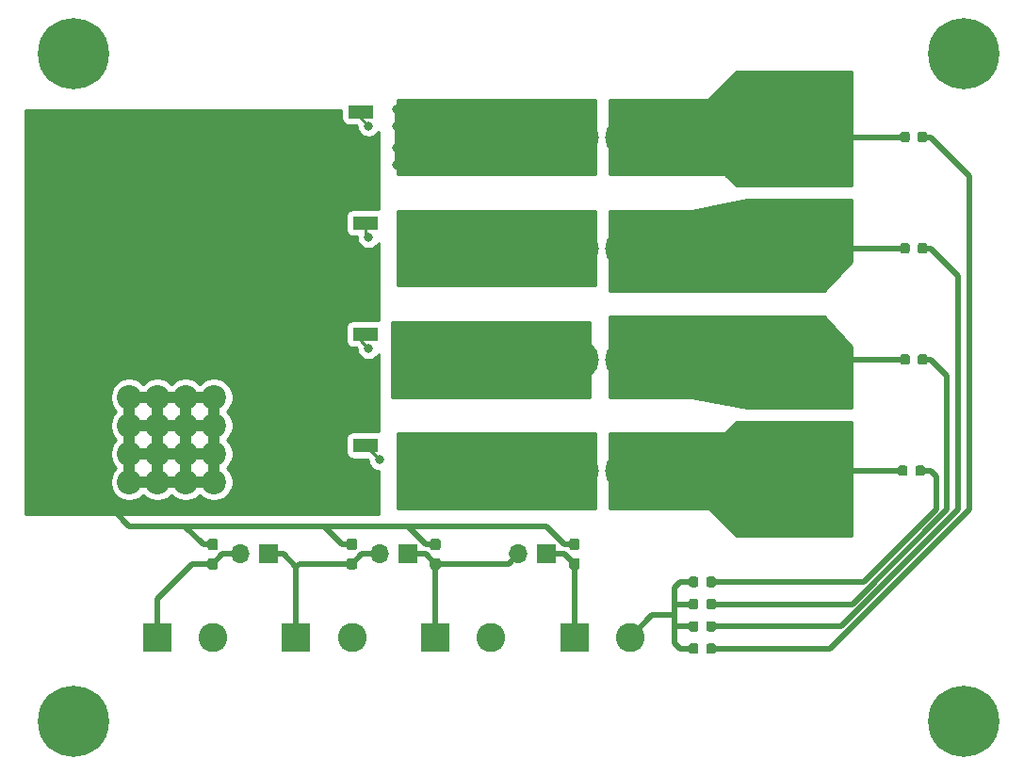
<source format=gbr>
G04 #@! TF.GenerationSoftware,KiCad,Pcbnew,(5.1.6)-1*
G04 #@! TF.CreationDate,2020-07-08T14:40:54+02:00*
G04 #@! TF.ProjectId,power-distribution,706f7765-722d-4646-9973-747269627574,rev?*
G04 #@! TF.SameCoordinates,Original*
G04 #@! TF.FileFunction,Copper,L1,Top*
G04 #@! TF.FilePolarity,Positive*
%FSLAX46Y46*%
G04 Gerber Fmt 4.6, Leading zero omitted, Abs format (unit mm)*
G04 Created by KiCad (PCBNEW (5.1.6)-1) date 2020-07-08 14:40:54*
%MOMM*%
%LPD*%
G01*
G04 APERTURE LIST*
G04 #@! TA.AperFunction,ComponentPad*
%ADD10C,2.600000*%
G04 #@! TD*
G04 #@! TA.AperFunction,ComponentPad*
%ADD11R,2.600000X2.600000*%
G04 #@! TD*
G04 #@! TA.AperFunction,ComponentPad*
%ADD12C,4.000000*%
G04 #@! TD*
G04 #@! TA.AperFunction,ComponentPad*
%ADD13C,3.500000*%
G04 #@! TD*
G04 #@! TA.AperFunction,ComponentPad*
%ADD14C,0.800000*%
G04 #@! TD*
G04 #@! TA.AperFunction,ComponentPad*
%ADD15C,6.400000*%
G04 #@! TD*
G04 #@! TA.AperFunction,ComponentPad*
%ADD16R,1.700000X1.700000*%
G04 #@! TD*
G04 #@! TA.AperFunction,ComponentPad*
%ADD17O,1.700000X1.700000*%
G04 #@! TD*
G04 #@! TA.AperFunction,SMDPad,CuDef*
%ADD18R,2.200000X1.200000*%
G04 #@! TD*
G04 #@! TA.AperFunction,SMDPad,CuDef*
%ADD19R,6.400000X5.800000*%
G04 #@! TD*
G04 #@! TA.AperFunction,ComponentPad*
%ADD20C,2.200000*%
G04 #@! TD*
G04 #@! TA.AperFunction,ViaPad*
%ADD21C,0.800000*%
G04 #@! TD*
G04 #@! TA.AperFunction,Conductor*
%ADD22C,0.500000*%
G04 #@! TD*
G04 #@! TA.AperFunction,Conductor*
%ADD23C,1.000000*%
G04 #@! TD*
G04 #@! TA.AperFunction,Conductor*
%ADD24C,0.250000*%
G04 #@! TD*
G04 #@! TA.AperFunction,Conductor*
%ADD25C,0.254000*%
G04 #@! TD*
G04 APERTURE END LIST*
D10*
X105000000Y-137500000D03*
D11*
X100000000Y-137500000D03*
X87500000Y-137500000D03*
D10*
X92500000Y-137500000D03*
X80000000Y-137500000D03*
D11*
X75000000Y-137500000D03*
X62500000Y-137500000D03*
D10*
X67500000Y-137500000D03*
D12*
X95500000Y-122500000D03*
D13*
X100470000Y-122500000D03*
X104530000Y-122500000D03*
D12*
X109600000Y-122500000D03*
X95500000Y-112500000D03*
D13*
X100470000Y-112500000D03*
X104530000Y-112500000D03*
D12*
X109600000Y-112500000D03*
X95500000Y-102500000D03*
D13*
X100470000Y-102500000D03*
X104530000Y-102500000D03*
D12*
X109600000Y-102500000D03*
X95500000Y-92500000D03*
D13*
X100470000Y-92500000D03*
X104530000Y-92500000D03*
D12*
X109600000Y-92500000D03*
D14*
X136697056Y-83302944D03*
X135000000Y-82600000D03*
X133302944Y-83302944D03*
X132600000Y-85000000D03*
X133302944Y-86697056D03*
X135000000Y-87400000D03*
X136697056Y-86697056D03*
X137400000Y-85000000D03*
D15*
X135000000Y-85000000D03*
D14*
X136697056Y-143302944D03*
X135000000Y-142600000D03*
X133302944Y-143302944D03*
X132600000Y-145000000D03*
X133302944Y-146697056D03*
X135000000Y-147400000D03*
X136697056Y-146697056D03*
X137400000Y-145000000D03*
D15*
X135000000Y-145000000D03*
D14*
X56697056Y-143302944D03*
X55000000Y-142600000D03*
X53302944Y-143302944D03*
X52600000Y-145000000D03*
X53302944Y-146697056D03*
X55000000Y-147400000D03*
X56697056Y-146697056D03*
X57400000Y-145000000D03*
D15*
X55000000Y-145000000D03*
D14*
X56697056Y-83302944D03*
X55000000Y-82600000D03*
X53302944Y-83302944D03*
X52600000Y-85000000D03*
X53302944Y-86697056D03*
X55000000Y-87400000D03*
X56697056Y-86697056D03*
X57400000Y-85000000D03*
D15*
X55000000Y-85000000D03*
D16*
X97500000Y-130000000D03*
D17*
X94960000Y-130000000D03*
X82460000Y-130000000D03*
D16*
X85000000Y-130000000D03*
X72500000Y-130000000D03*
D17*
X69960000Y-130000000D03*
D18*
X81200000Y-120220000D03*
X81200000Y-124780000D03*
D19*
X87500000Y-122500000D03*
X87500000Y-112500000D03*
D18*
X81200000Y-114780000D03*
X81200000Y-110220000D03*
X81200000Y-100220000D03*
X81200000Y-104780000D03*
D19*
X87500000Y-102500000D03*
X87100000Y-92500000D03*
D18*
X80800000Y-94780000D03*
X80800000Y-90220000D03*
G04 #@! TA.AperFunction,SMDPad,CuDef*
G36*
G01*
X99762500Y-130350000D02*
X100237500Y-130350000D01*
G75*
G02*
X100475000Y-130587500I0J-237500D01*
G01*
X100475000Y-131162500D01*
G75*
G02*
X100237500Y-131400000I-237500J0D01*
G01*
X99762500Y-131400000D01*
G75*
G02*
X99525000Y-131162500I0J237500D01*
G01*
X99525000Y-130587500D01*
G75*
G02*
X99762500Y-130350000I237500J0D01*
G01*
G37*
G04 #@! TD.AperFunction*
G04 #@! TA.AperFunction,SMDPad,CuDef*
G36*
G01*
X99762500Y-128600000D02*
X100237500Y-128600000D01*
G75*
G02*
X100475000Y-128837500I0J-237500D01*
G01*
X100475000Y-129412500D01*
G75*
G02*
X100237500Y-129650000I-237500J0D01*
G01*
X99762500Y-129650000D01*
G75*
G02*
X99525000Y-129412500I0J237500D01*
G01*
X99525000Y-128837500D01*
G75*
G02*
X99762500Y-128600000I237500J0D01*
G01*
G37*
G04 #@! TD.AperFunction*
G04 #@! TA.AperFunction,SMDPad,CuDef*
G36*
G01*
X87262500Y-128600000D02*
X87737500Y-128600000D01*
G75*
G02*
X87975000Y-128837500I0J-237500D01*
G01*
X87975000Y-129412500D01*
G75*
G02*
X87737500Y-129650000I-237500J0D01*
G01*
X87262500Y-129650000D01*
G75*
G02*
X87025000Y-129412500I0J237500D01*
G01*
X87025000Y-128837500D01*
G75*
G02*
X87262500Y-128600000I237500J0D01*
G01*
G37*
G04 #@! TD.AperFunction*
G04 #@! TA.AperFunction,SMDPad,CuDef*
G36*
G01*
X87262500Y-130350000D02*
X87737500Y-130350000D01*
G75*
G02*
X87975000Y-130587500I0J-237500D01*
G01*
X87975000Y-131162500D01*
G75*
G02*
X87737500Y-131400000I-237500J0D01*
G01*
X87262500Y-131400000D01*
G75*
G02*
X87025000Y-131162500I0J237500D01*
G01*
X87025000Y-130587500D01*
G75*
G02*
X87262500Y-130350000I237500J0D01*
G01*
G37*
G04 #@! TD.AperFunction*
G04 #@! TA.AperFunction,SMDPad,CuDef*
G36*
G01*
X79762500Y-128600000D02*
X80237500Y-128600000D01*
G75*
G02*
X80475000Y-128837500I0J-237500D01*
G01*
X80475000Y-129412500D01*
G75*
G02*
X80237500Y-129650000I-237500J0D01*
G01*
X79762500Y-129650000D01*
G75*
G02*
X79525000Y-129412500I0J237500D01*
G01*
X79525000Y-128837500D01*
G75*
G02*
X79762500Y-128600000I237500J0D01*
G01*
G37*
G04 #@! TD.AperFunction*
G04 #@! TA.AperFunction,SMDPad,CuDef*
G36*
G01*
X79762500Y-130350000D02*
X80237500Y-130350000D01*
G75*
G02*
X80475000Y-130587500I0J-237500D01*
G01*
X80475000Y-131162500D01*
G75*
G02*
X80237500Y-131400000I-237500J0D01*
G01*
X79762500Y-131400000D01*
G75*
G02*
X79525000Y-131162500I0J237500D01*
G01*
X79525000Y-130587500D01*
G75*
G02*
X79762500Y-130350000I237500J0D01*
G01*
G37*
G04 #@! TD.AperFunction*
G04 #@! TA.AperFunction,SMDPad,CuDef*
G36*
G01*
X67262500Y-130350000D02*
X67737500Y-130350000D01*
G75*
G02*
X67975000Y-130587500I0J-237500D01*
G01*
X67975000Y-131162500D01*
G75*
G02*
X67737500Y-131400000I-237500J0D01*
G01*
X67262500Y-131400000D01*
G75*
G02*
X67025000Y-131162500I0J237500D01*
G01*
X67025000Y-130587500D01*
G75*
G02*
X67262500Y-130350000I237500J0D01*
G01*
G37*
G04 #@! TD.AperFunction*
G04 #@! TA.AperFunction,SMDPad,CuDef*
G36*
G01*
X67262500Y-128600000D02*
X67737500Y-128600000D01*
G75*
G02*
X67975000Y-128837500I0J-237500D01*
G01*
X67975000Y-129412500D01*
G75*
G02*
X67737500Y-129650000I-237500J0D01*
G01*
X67262500Y-129650000D01*
G75*
G02*
X67025000Y-129412500I0J237500D01*
G01*
X67025000Y-128837500D01*
G75*
G02*
X67262500Y-128600000I237500J0D01*
G01*
G37*
G04 #@! TD.AperFunction*
D11*
X120000000Y-125000000D03*
D10*
X120000000Y-120000000D03*
X120000000Y-115000000D03*
X120000000Y-110000000D03*
X120000000Y-105000000D03*
X120000000Y-100000000D03*
X120000000Y-95000000D03*
X120000000Y-90000000D03*
D20*
X59920000Y-106500000D03*
X62460000Y-106500000D03*
X65000000Y-106500000D03*
X67540000Y-106500000D03*
X59920000Y-103960000D03*
X62460000Y-103960000D03*
X65000000Y-103960000D03*
X67540000Y-103960000D03*
X59920000Y-101420000D03*
X62460000Y-101420000D03*
X65000000Y-101420000D03*
X67540000Y-101420000D03*
X59920000Y-98880000D03*
X62460000Y-98880000D03*
X65000000Y-98880000D03*
X67540000Y-98880000D03*
X67620000Y-115880000D03*
X65080000Y-115880000D03*
X62540000Y-115880000D03*
X60000000Y-115880000D03*
X67620000Y-118420000D03*
X65080000Y-118420000D03*
X62540000Y-118420000D03*
X60000000Y-118420000D03*
X67620000Y-120960000D03*
X65080000Y-120960000D03*
X62540000Y-120960000D03*
X60000000Y-120960000D03*
X67620000Y-123500000D03*
X65080000Y-123500000D03*
X62540000Y-123500000D03*
X60000000Y-123500000D03*
G04 #@! TA.AperFunction,SMDPad,CuDef*
G36*
G01*
X131512500Y-122243750D02*
X131512500Y-122756250D01*
G75*
G02*
X131293750Y-122975000I-218750J0D01*
G01*
X130856250Y-122975000D01*
G75*
G02*
X130637500Y-122756250I0J218750D01*
G01*
X130637500Y-122243750D01*
G75*
G02*
X130856250Y-122025000I218750J0D01*
G01*
X131293750Y-122025000D01*
G75*
G02*
X131512500Y-122243750I0J-218750D01*
G01*
G37*
G04 #@! TD.AperFunction*
G04 #@! TA.AperFunction,SMDPad,CuDef*
G36*
G01*
X129937500Y-122243750D02*
X129937500Y-122756250D01*
G75*
G02*
X129718750Y-122975000I-218750J0D01*
G01*
X129281250Y-122975000D01*
G75*
G02*
X129062500Y-122756250I0J218750D01*
G01*
X129062500Y-122243750D01*
G75*
G02*
X129281250Y-122025000I218750J0D01*
G01*
X129718750Y-122025000D01*
G75*
G02*
X129937500Y-122243750I0J-218750D01*
G01*
G37*
G04 #@! TD.AperFunction*
G04 #@! TA.AperFunction,SMDPad,CuDef*
G36*
G01*
X130150000Y-112243750D02*
X130150000Y-112756250D01*
G75*
G02*
X129931250Y-112975000I-218750J0D01*
G01*
X129493750Y-112975000D01*
G75*
G02*
X129275000Y-112756250I0J218750D01*
G01*
X129275000Y-112243750D01*
G75*
G02*
X129493750Y-112025000I218750J0D01*
G01*
X129931250Y-112025000D01*
G75*
G02*
X130150000Y-112243750I0J-218750D01*
G01*
G37*
G04 #@! TD.AperFunction*
G04 #@! TA.AperFunction,SMDPad,CuDef*
G36*
G01*
X131725000Y-112243750D02*
X131725000Y-112756250D01*
G75*
G02*
X131506250Y-112975000I-218750J0D01*
G01*
X131068750Y-112975000D01*
G75*
G02*
X130850000Y-112756250I0J218750D01*
G01*
X130850000Y-112243750D01*
G75*
G02*
X131068750Y-112025000I218750J0D01*
G01*
X131506250Y-112025000D01*
G75*
G02*
X131725000Y-112243750I0J-218750D01*
G01*
G37*
G04 #@! TD.AperFunction*
G04 #@! TA.AperFunction,SMDPad,CuDef*
G36*
G01*
X131725000Y-102243750D02*
X131725000Y-102756250D01*
G75*
G02*
X131506250Y-102975000I-218750J0D01*
G01*
X131068750Y-102975000D01*
G75*
G02*
X130850000Y-102756250I0J218750D01*
G01*
X130850000Y-102243750D01*
G75*
G02*
X131068750Y-102025000I218750J0D01*
G01*
X131506250Y-102025000D01*
G75*
G02*
X131725000Y-102243750I0J-218750D01*
G01*
G37*
G04 #@! TD.AperFunction*
G04 #@! TA.AperFunction,SMDPad,CuDef*
G36*
G01*
X130150000Y-102243750D02*
X130150000Y-102756250D01*
G75*
G02*
X129931250Y-102975000I-218750J0D01*
G01*
X129493750Y-102975000D01*
G75*
G02*
X129275000Y-102756250I0J218750D01*
G01*
X129275000Y-102243750D01*
G75*
G02*
X129493750Y-102025000I218750J0D01*
G01*
X129931250Y-102025000D01*
G75*
G02*
X130150000Y-102243750I0J-218750D01*
G01*
G37*
G04 #@! TD.AperFunction*
G04 #@! TA.AperFunction,SMDPad,CuDef*
G36*
G01*
X130150000Y-92243750D02*
X130150000Y-92756250D01*
G75*
G02*
X129931250Y-92975000I-218750J0D01*
G01*
X129493750Y-92975000D01*
G75*
G02*
X129275000Y-92756250I0J218750D01*
G01*
X129275000Y-92243750D01*
G75*
G02*
X129493750Y-92025000I218750J0D01*
G01*
X129931250Y-92025000D01*
G75*
G02*
X130150000Y-92243750I0J-218750D01*
G01*
G37*
G04 #@! TD.AperFunction*
G04 #@! TA.AperFunction,SMDPad,CuDef*
G36*
G01*
X131725000Y-92243750D02*
X131725000Y-92756250D01*
G75*
G02*
X131506250Y-92975000I-218750J0D01*
G01*
X131068750Y-92975000D01*
G75*
G02*
X130850000Y-92756250I0J218750D01*
G01*
X130850000Y-92243750D01*
G75*
G02*
X131068750Y-92025000I218750J0D01*
G01*
X131506250Y-92025000D01*
G75*
G02*
X131725000Y-92243750I0J-218750D01*
G01*
G37*
G04 #@! TD.AperFunction*
G04 #@! TA.AperFunction,SMDPad,CuDef*
G36*
G01*
X111850000Y-132756250D02*
X111850000Y-132243750D01*
G75*
G02*
X112068750Y-132025000I218750J0D01*
G01*
X112506250Y-132025000D01*
G75*
G02*
X112725000Y-132243750I0J-218750D01*
G01*
X112725000Y-132756250D01*
G75*
G02*
X112506250Y-132975000I-218750J0D01*
G01*
X112068750Y-132975000D01*
G75*
G02*
X111850000Y-132756250I0J218750D01*
G01*
G37*
G04 #@! TD.AperFunction*
G04 #@! TA.AperFunction,SMDPad,CuDef*
G36*
G01*
X110275000Y-132756250D02*
X110275000Y-132243750D01*
G75*
G02*
X110493750Y-132025000I218750J0D01*
G01*
X110931250Y-132025000D01*
G75*
G02*
X111150000Y-132243750I0J-218750D01*
G01*
X111150000Y-132756250D01*
G75*
G02*
X110931250Y-132975000I-218750J0D01*
G01*
X110493750Y-132975000D01*
G75*
G02*
X110275000Y-132756250I0J218750D01*
G01*
G37*
G04 #@! TD.AperFunction*
G04 #@! TA.AperFunction,SMDPad,CuDef*
G36*
G01*
X110275000Y-134756250D02*
X110275000Y-134243750D01*
G75*
G02*
X110493750Y-134025000I218750J0D01*
G01*
X110931250Y-134025000D01*
G75*
G02*
X111150000Y-134243750I0J-218750D01*
G01*
X111150000Y-134756250D01*
G75*
G02*
X110931250Y-134975000I-218750J0D01*
G01*
X110493750Y-134975000D01*
G75*
G02*
X110275000Y-134756250I0J218750D01*
G01*
G37*
G04 #@! TD.AperFunction*
G04 #@! TA.AperFunction,SMDPad,CuDef*
G36*
G01*
X111850000Y-134756250D02*
X111850000Y-134243750D01*
G75*
G02*
X112068750Y-134025000I218750J0D01*
G01*
X112506250Y-134025000D01*
G75*
G02*
X112725000Y-134243750I0J-218750D01*
G01*
X112725000Y-134756250D01*
G75*
G02*
X112506250Y-134975000I-218750J0D01*
G01*
X112068750Y-134975000D01*
G75*
G02*
X111850000Y-134756250I0J218750D01*
G01*
G37*
G04 #@! TD.AperFunction*
G04 #@! TA.AperFunction,SMDPad,CuDef*
G36*
G01*
X111850000Y-136756250D02*
X111850000Y-136243750D01*
G75*
G02*
X112068750Y-136025000I218750J0D01*
G01*
X112506250Y-136025000D01*
G75*
G02*
X112725000Y-136243750I0J-218750D01*
G01*
X112725000Y-136756250D01*
G75*
G02*
X112506250Y-136975000I-218750J0D01*
G01*
X112068750Y-136975000D01*
G75*
G02*
X111850000Y-136756250I0J218750D01*
G01*
G37*
G04 #@! TD.AperFunction*
G04 #@! TA.AperFunction,SMDPad,CuDef*
G36*
G01*
X110275000Y-136756250D02*
X110275000Y-136243750D01*
G75*
G02*
X110493750Y-136025000I218750J0D01*
G01*
X110931250Y-136025000D01*
G75*
G02*
X111150000Y-136243750I0J-218750D01*
G01*
X111150000Y-136756250D01*
G75*
G02*
X110931250Y-136975000I-218750J0D01*
G01*
X110493750Y-136975000D01*
G75*
G02*
X110275000Y-136756250I0J218750D01*
G01*
G37*
G04 #@! TD.AperFunction*
G04 #@! TA.AperFunction,SMDPad,CuDef*
G36*
G01*
X110275000Y-138756250D02*
X110275000Y-138243750D01*
G75*
G02*
X110493750Y-138025000I218750J0D01*
G01*
X110931250Y-138025000D01*
G75*
G02*
X111150000Y-138243750I0J-218750D01*
G01*
X111150000Y-138756250D01*
G75*
G02*
X110931250Y-138975000I-218750J0D01*
G01*
X110493750Y-138975000D01*
G75*
G02*
X110275000Y-138756250I0J218750D01*
G01*
G37*
G04 #@! TD.AperFunction*
G04 #@! TA.AperFunction,SMDPad,CuDef*
G36*
G01*
X111850000Y-138756250D02*
X111850000Y-138243750D01*
G75*
G02*
X112068750Y-138025000I218750J0D01*
G01*
X112506250Y-138025000D01*
G75*
G02*
X112725000Y-138243750I0J-218750D01*
G01*
X112725000Y-138756250D01*
G75*
G02*
X112506250Y-138975000I-218750J0D01*
G01*
X112068750Y-138975000D01*
G75*
G02*
X111850000Y-138756250I0J218750D01*
G01*
G37*
G04 #@! TD.AperFunction*
D21*
X78000000Y-93500000D03*
X78000000Y-96000000D03*
X79000000Y-96000000D03*
X79000000Y-93500000D03*
X79500000Y-103500000D03*
X79500000Y-106000000D03*
X78500000Y-106000000D03*
X78500000Y-103500000D03*
X79500000Y-113500000D03*
X78500000Y-113500000D03*
X79500000Y-116000000D03*
X78500000Y-116000000D03*
X79500000Y-124000000D03*
X79500000Y-125500000D03*
X78500000Y-125500000D03*
X78500000Y-124000000D03*
X87500000Y-125000000D03*
X86000000Y-125000000D03*
X84500000Y-125000000D03*
X86000000Y-123500000D03*
X86000000Y-121500000D03*
X90500000Y-121500000D03*
X89000000Y-121500000D03*
X84500000Y-123500000D03*
X84500000Y-121500000D03*
X89000000Y-123500000D03*
X90500000Y-120000000D03*
X89000000Y-120000000D03*
X90500000Y-123500000D03*
X86000000Y-120000000D03*
X84500000Y-120000000D03*
X89000000Y-125000000D03*
X87500000Y-120000000D03*
X90500000Y-125000000D03*
X87500000Y-123500000D03*
X87500000Y-121500000D03*
X87500000Y-115000000D03*
X86000000Y-115000000D03*
X84500000Y-115000000D03*
X86000000Y-113500000D03*
X86000000Y-111500000D03*
X90500000Y-111500000D03*
X89000000Y-111500000D03*
X84500000Y-113500000D03*
X84500000Y-111500000D03*
X89000000Y-113500000D03*
X90500000Y-110000000D03*
X89000000Y-110000000D03*
X90500000Y-113500000D03*
X86000000Y-110000000D03*
X84500000Y-110000000D03*
X89000000Y-115000000D03*
X87500000Y-110000000D03*
X90500000Y-115000000D03*
X87500000Y-113500000D03*
X87500000Y-111500000D03*
X87500000Y-105000000D03*
X86000000Y-105000000D03*
X84500000Y-105000000D03*
X86000000Y-103500000D03*
X86000000Y-101500000D03*
X90500000Y-101500000D03*
X89000000Y-101500000D03*
X84500000Y-103500000D03*
X84500000Y-101500000D03*
X89000000Y-103500000D03*
X90500000Y-100000000D03*
X89000000Y-100000000D03*
X90500000Y-103500000D03*
X86000000Y-100000000D03*
X84500000Y-100000000D03*
X89000000Y-105000000D03*
X87500000Y-100000000D03*
X90500000Y-105000000D03*
X87500000Y-103500000D03*
X87500000Y-101500000D03*
X85500000Y-91500000D03*
X87000000Y-91500000D03*
X88500000Y-91500000D03*
X90000000Y-91500000D03*
X90000000Y-93500000D03*
X88500000Y-93500000D03*
X87000000Y-93500000D03*
X85500000Y-93500000D03*
X84000000Y-93500000D03*
X84000000Y-95000000D03*
X85500000Y-95000000D03*
X87000000Y-95000000D03*
X88500000Y-95000000D03*
X90000000Y-95000000D03*
X84000000Y-91500000D03*
X84000000Y-90000000D03*
X85500000Y-90000000D03*
X87000000Y-90000000D03*
X88500000Y-90000000D03*
X90000000Y-90000000D03*
X82500000Y-121500000D03*
X81500000Y-111500000D03*
X81500000Y-101500000D03*
X81500000Y-91500000D03*
D22*
X80000000Y-129125000D02*
X79125000Y-129125000D01*
X79125000Y-129125000D02*
X77500000Y-127500000D01*
X87500000Y-129125000D02*
X86625000Y-129125000D01*
X86625000Y-129125000D02*
X85000000Y-127500000D01*
X60000000Y-127500000D02*
X57500000Y-125000000D01*
X66625000Y-129125000D02*
X65000000Y-127500000D01*
X67500000Y-129125000D02*
X66625000Y-129125000D01*
X65000000Y-127500000D02*
X60000000Y-127500000D01*
X67500000Y-127500000D02*
X65000000Y-127500000D01*
X99125000Y-129125000D02*
X97500000Y-127500000D01*
X100000000Y-129125000D02*
X99125000Y-129125000D01*
X97500000Y-127500000D02*
X67500000Y-127500000D01*
X110712500Y-136500000D02*
X110000000Y-136500000D01*
X110712500Y-134500000D02*
X110000000Y-134500000D01*
X110000000Y-138500000D02*
X110712500Y-138500000D01*
X109500000Y-132500000D02*
X109000000Y-133000000D01*
X110712500Y-132500000D02*
X109500000Y-132500000D01*
X109000000Y-138000000D02*
X109500000Y-138500000D01*
X109500000Y-138500000D02*
X110000000Y-138500000D01*
X110000000Y-136500000D02*
X109000000Y-136500000D01*
X109000000Y-136500000D02*
X109000000Y-138000000D01*
X110000000Y-134500000D02*
X109000000Y-134500000D01*
X109000000Y-133000000D02*
X109000000Y-134500000D01*
X109000000Y-135500000D02*
X109000000Y-136500000D01*
X109000000Y-134500000D02*
X109000000Y-135500000D01*
X107000000Y-135500000D02*
X105000000Y-137500000D01*
X109000000Y-135500000D02*
X107000000Y-135500000D01*
D23*
X60000000Y-115880000D02*
X67620000Y-115880000D01*
X67620000Y-115880000D02*
X67620000Y-123500000D01*
X67620000Y-123500000D02*
X60000000Y-123500000D01*
X60000000Y-123500000D02*
X60000000Y-115880000D01*
X60000000Y-118420000D02*
X67620000Y-118420000D01*
X67620000Y-120960000D02*
X60000000Y-120960000D01*
X62540000Y-123500000D02*
X62540000Y-115880000D01*
X65080000Y-115880000D02*
X65080000Y-123500000D01*
D22*
X99125000Y-130000000D02*
X100000000Y-130875000D01*
X97500000Y-130000000D02*
X99125000Y-130000000D01*
X100000000Y-130875000D02*
X100000000Y-137500000D01*
D24*
X81200000Y-120220000D02*
X81220000Y-120220000D01*
X81220000Y-120220000D02*
X82500000Y-121500000D01*
D22*
X86625000Y-130000000D02*
X87500000Y-130875000D01*
X85000000Y-130000000D02*
X86625000Y-130000000D01*
X87500000Y-130875000D02*
X87500000Y-137500000D01*
X94085000Y-130875000D02*
X94960000Y-130000000D01*
X87500000Y-130875000D02*
X94085000Y-130875000D01*
D24*
X80800000Y-110220000D02*
X80800000Y-110800000D01*
X80800000Y-110800000D02*
X81500000Y-111500000D01*
D22*
X72500000Y-130000000D02*
X73850000Y-130000000D01*
X73850000Y-130000000D02*
X75000000Y-131150000D01*
X80875000Y-130000000D02*
X80000000Y-130875000D01*
X82460000Y-130000000D02*
X80875000Y-130000000D01*
X75000000Y-131500000D02*
X75000000Y-137500000D01*
X75000000Y-131150000D02*
X75000000Y-131500000D01*
X75275000Y-130875000D02*
X80000000Y-130875000D01*
X75000000Y-131150000D02*
X75275000Y-130875000D01*
D24*
X81200000Y-100220000D02*
X81200000Y-101200000D01*
X81200000Y-101200000D02*
X81500000Y-101500000D01*
D22*
X68375000Y-130000000D02*
X67500000Y-130875000D01*
X69960000Y-130000000D02*
X68375000Y-130000000D01*
X67500000Y-130875000D02*
X65625000Y-130875000D01*
X62500000Y-134000000D02*
X62500000Y-137500000D01*
X65625000Y-130875000D02*
X62500000Y-134000000D01*
D24*
X80800000Y-90220000D02*
X80800000Y-90800000D01*
X80800000Y-90800000D02*
X81500000Y-91500000D01*
D22*
X126000000Y-132500000D02*
X112287500Y-132500000D01*
X132500000Y-123000000D02*
X132500000Y-126000000D01*
X132500000Y-126000000D02*
X126000000Y-132500000D01*
X131075000Y-122500000D02*
X132000000Y-122500000D01*
X132000000Y-122500000D02*
X132500000Y-123000000D01*
X129500000Y-122500000D02*
X124000000Y-122500000D01*
X129712500Y-112500000D02*
X124000000Y-112500000D01*
X132000000Y-112500000D02*
X131287500Y-112500000D01*
X133500000Y-114000000D02*
X132000000Y-112500000D01*
X124989962Y-134500000D02*
X133500000Y-125989962D01*
X133500000Y-125989962D02*
X133500000Y-114000000D01*
X112287500Y-134500000D02*
X124989962Y-134500000D01*
X134500000Y-105000000D02*
X132000000Y-102500000D01*
X132000000Y-102500000D02*
X131287500Y-102500000D01*
X134500000Y-125979924D02*
X134500000Y-105000000D01*
X123979924Y-136500000D02*
X134500000Y-125979924D01*
X112287500Y-136500000D02*
X123979924Y-136500000D01*
X129712500Y-102500000D02*
X124000000Y-102500000D01*
X129712500Y-92500000D02*
X124000000Y-92500000D01*
X132000000Y-92500000D02*
X131287500Y-92500000D01*
X135500000Y-96000000D02*
X132000000Y-92500000D01*
X122969887Y-138500000D02*
X135500000Y-125969887D01*
X135500000Y-125969887D02*
X135500000Y-96000000D01*
X112287500Y-138500000D02*
X122969887Y-138500000D01*
D25*
G36*
X79061928Y-90820000D02*
G01*
X79074188Y-90944482D01*
X79110498Y-91064180D01*
X79169463Y-91174494D01*
X79248815Y-91271185D01*
X79345506Y-91350537D01*
X79455820Y-91409502D01*
X79575518Y-91445812D01*
X79700000Y-91458072D01*
X80383271Y-91458072D01*
X80465000Y-91539802D01*
X80465000Y-91601939D01*
X80504774Y-91801898D01*
X80582795Y-91990256D01*
X80696063Y-92159774D01*
X80840226Y-92303937D01*
X81009744Y-92417205D01*
X81198102Y-92495226D01*
X81398061Y-92535000D01*
X81601939Y-92535000D01*
X81801898Y-92495226D01*
X81990256Y-92417205D01*
X82159774Y-92303937D01*
X82303937Y-92159774D01*
X82373000Y-92056414D01*
X82373000Y-98989118D01*
X82300000Y-98981928D01*
X80100000Y-98981928D01*
X79975518Y-98994188D01*
X79855820Y-99030498D01*
X79745506Y-99089463D01*
X79648815Y-99168815D01*
X79569463Y-99265506D01*
X79510498Y-99375820D01*
X79474188Y-99495518D01*
X79461928Y-99620000D01*
X79461928Y-100820000D01*
X79474188Y-100944482D01*
X79510498Y-101064180D01*
X79569463Y-101174494D01*
X79648815Y-101271185D01*
X79745506Y-101350537D01*
X79855820Y-101409502D01*
X79975518Y-101445812D01*
X80100000Y-101458072D01*
X80465000Y-101458072D01*
X80465000Y-101601939D01*
X80504774Y-101801898D01*
X80582795Y-101990256D01*
X80696063Y-102159774D01*
X80840226Y-102303937D01*
X81009744Y-102417205D01*
X81198102Y-102495226D01*
X81398061Y-102535000D01*
X81601939Y-102535000D01*
X81801898Y-102495226D01*
X81990256Y-102417205D01*
X82159774Y-102303937D01*
X82303937Y-102159774D01*
X82373000Y-102056414D01*
X82373000Y-108989118D01*
X82300000Y-108981928D01*
X80100000Y-108981928D01*
X79975518Y-108994188D01*
X79855820Y-109030498D01*
X79745506Y-109089463D01*
X79648815Y-109168815D01*
X79569463Y-109265506D01*
X79510498Y-109375820D01*
X79474188Y-109495518D01*
X79461928Y-109620000D01*
X79461928Y-110820000D01*
X79474188Y-110944482D01*
X79510498Y-111064180D01*
X79569463Y-111174494D01*
X79648815Y-111271185D01*
X79745506Y-111350537D01*
X79855820Y-111409502D01*
X79975518Y-111445812D01*
X80100000Y-111458072D01*
X80383271Y-111458072D01*
X80465000Y-111539802D01*
X80465000Y-111601939D01*
X80504774Y-111801898D01*
X80582795Y-111990256D01*
X80696063Y-112159774D01*
X80840226Y-112303937D01*
X81009744Y-112417205D01*
X81198102Y-112495226D01*
X81398061Y-112535000D01*
X81601939Y-112535000D01*
X81801898Y-112495226D01*
X81990256Y-112417205D01*
X82159774Y-112303937D01*
X82303937Y-112159774D01*
X82373000Y-112056414D01*
X82373000Y-118989118D01*
X82300000Y-118981928D01*
X80100000Y-118981928D01*
X79975518Y-118994188D01*
X79855820Y-119030498D01*
X79745506Y-119089463D01*
X79648815Y-119168815D01*
X79569463Y-119265506D01*
X79510498Y-119375820D01*
X79474188Y-119495518D01*
X79461928Y-119620000D01*
X79461928Y-120820000D01*
X79474188Y-120944482D01*
X79510498Y-121064180D01*
X79569463Y-121174494D01*
X79648815Y-121271185D01*
X79745506Y-121350537D01*
X79855820Y-121409502D01*
X79975518Y-121445812D01*
X80100000Y-121458072D01*
X81383270Y-121458072D01*
X81465000Y-121539802D01*
X81465000Y-121601939D01*
X81504774Y-121801898D01*
X81582795Y-121990256D01*
X81696063Y-122159774D01*
X81840226Y-122303937D01*
X82009744Y-122417205D01*
X82198102Y-122495226D01*
X82373000Y-122530015D01*
X82373000Y-126373000D01*
X50695000Y-126373000D01*
X50695000Y-115709117D01*
X58265000Y-115709117D01*
X58265000Y-116050883D01*
X58331675Y-116386081D01*
X58462463Y-116701831D01*
X58652337Y-116985998D01*
X58816339Y-117150000D01*
X58652337Y-117314002D01*
X58462463Y-117598169D01*
X58331675Y-117913919D01*
X58265000Y-118249117D01*
X58265000Y-118590883D01*
X58331675Y-118926081D01*
X58462463Y-119241831D01*
X58652337Y-119525998D01*
X58816339Y-119690000D01*
X58652337Y-119854002D01*
X58462463Y-120138169D01*
X58331675Y-120453919D01*
X58265000Y-120789117D01*
X58265000Y-121130883D01*
X58331675Y-121466081D01*
X58462463Y-121781831D01*
X58652337Y-122065998D01*
X58816339Y-122230000D01*
X58652337Y-122394002D01*
X58462463Y-122678169D01*
X58331675Y-122993919D01*
X58265000Y-123329117D01*
X58265000Y-123670883D01*
X58331675Y-124006081D01*
X58462463Y-124321831D01*
X58652337Y-124605998D01*
X58894002Y-124847663D01*
X59178169Y-125037537D01*
X59493919Y-125168325D01*
X59829117Y-125235000D01*
X60170883Y-125235000D01*
X60506081Y-125168325D01*
X60821831Y-125037537D01*
X61105998Y-124847663D01*
X61270000Y-124683661D01*
X61434002Y-124847663D01*
X61718169Y-125037537D01*
X62033919Y-125168325D01*
X62369117Y-125235000D01*
X62710883Y-125235000D01*
X63046081Y-125168325D01*
X63361831Y-125037537D01*
X63645998Y-124847663D01*
X63810000Y-124683661D01*
X63974002Y-124847663D01*
X64258169Y-125037537D01*
X64573919Y-125168325D01*
X64909117Y-125235000D01*
X65250883Y-125235000D01*
X65586081Y-125168325D01*
X65901831Y-125037537D01*
X66185998Y-124847663D01*
X66350000Y-124683661D01*
X66514002Y-124847663D01*
X66798169Y-125037537D01*
X67113919Y-125168325D01*
X67449117Y-125235000D01*
X67790883Y-125235000D01*
X68126081Y-125168325D01*
X68441831Y-125037537D01*
X68725998Y-124847663D01*
X68967663Y-124605998D01*
X69157537Y-124321831D01*
X69288325Y-124006081D01*
X69355000Y-123670883D01*
X69355000Y-123329117D01*
X69288325Y-122993919D01*
X69157537Y-122678169D01*
X68967663Y-122394002D01*
X68803661Y-122230000D01*
X68967663Y-122065998D01*
X69157537Y-121781831D01*
X69288325Y-121466081D01*
X69355000Y-121130883D01*
X69355000Y-120789117D01*
X69288325Y-120453919D01*
X69157537Y-120138169D01*
X68967663Y-119854002D01*
X68803661Y-119690000D01*
X68967663Y-119525998D01*
X69157537Y-119241831D01*
X69288325Y-118926081D01*
X69355000Y-118590883D01*
X69355000Y-118249117D01*
X69288325Y-117913919D01*
X69157537Y-117598169D01*
X68967663Y-117314002D01*
X68803661Y-117150000D01*
X68967663Y-116985998D01*
X69157537Y-116701831D01*
X69288325Y-116386081D01*
X69355000Y-116050883D01*
X69355000Y-115709117D01*
X69288325Y-115373919D01*
X69157537Y-115058169D01*
X68967663Y-114774002D01*
X68725998Y-114532337D01*
X68441831Y-114342463D01*
X68126081Y-114211675D01*
X67790883Y-114145000D01*
X67449117Y-114145000D01*
X67113919Y-114211675D01*
X66798169Y-114342463D01*
X66514002Y-114532337D01*
X66350000Y-114696339D01*
X66185998Y-114532337D01*
X65901831Y-114342463D01*
X65586081Y-114211675D01*
X65250883Y-114145000D01*
X64909117Y-114145000D01*
X64573919Y-114211675D01*
X64258169Y-114342463D01*
X63974002Y-114532337D01*
X63810000Y-114696339D01*
X63645998Y-114532337D01*
X63361831Y-114342463D01*
X63046081Y-114211675D01*
X62710883Y-114145000D01*
X62369117Y-114145000D01*
X62033919Y-114211675D01*
X61718169Y-114342463D01*
X61434002Y-114532337D01*
X61270000Y-114696339D01*
X61105998Y-114532337D01*
X60821831Y-114342463D01*
X60506081Y-114211675D01*
X60170883Y-114145000D01*
X59829117Y-114145000D01*
X59493919Y-114211675D01*
X59178169Y-114342463D01*
X58894002Y-114532337D01*
X58652337Y-114774002D01*
X58462463Y-115058169D01*
X58331675Y-115373919D01*
X58265000Y-115709117D01*
X50695000Y-115709117D01*
X50695000Y-90127000D01*
X79061928Y-90127000D01*
X79061928Y-90820000D01*
G37*
X79061928Y-90820000D02*
X79074188Y-90944482D01*
X79110498Y-91064180D01*
X79169463Y-91174494D01*
X79248815Y-91271185D01*
X79345506Y-91350537D01*
X79455820Y-91409502D01*
X79575518Y-91445812D01*
X79700000Y-91458072D01*
X80383271Y-91458072D01*
X80465000Y-91539802D01*
X80465000Y-91601939D01*
X80504774Y-91801898D01*
X80582795Y-91990256D01*
X80696063Y-92159774D01*
X80840226Y-92303937D01*
X81009744Y-92417205D01*
X81198102Y-92495226D01*
X81398061Y-92535000D01*
X81601939Y-92535000D01*
X81801898Y-92495226D01*
X81990256Y-92417205D01*
X82159774Y-92303937D01*
X82303937Y-92159774D01*
X82373000Y-92056414D01*
X82373000Y-98989118D01*
X82300000Y-98981928D01*
X80100000Y-98981928D01*
X79975518Y-98994188D01*
X79855820Y-99030498D01*
X79745506Y-99089463D01*
X79648815Y-99168815D01*
X79569463Y-99265506D01*
X79510498Y-99375820D01*
X79474188Y-99495518D01*
X79461928Y-99620000D01*
X79461928Y-100820000D01*
X79474188Y-100944482D01*
X79510498Y-101064180D01*
X79569463Y-101174494D01*
X79648815Y-101271185D01*
X79745506Y-101350537D01*
X79855820Y-101409502D01*
X79975518Y-101445812D01*
X80100000Y-101458072D01*
X80465000Y-101458072D01*
X80465000Y-101601939D01*
X80504774Y-101801898D01*
X80582795Y-101990256D01*
X80696063Y-102159774D01*
X80840226Y-102303937D01*
X81009744Y-102417205D01*
X81198102Y-102495226D01*
X81398061Y-102535000D01*
X81601939Y-102535000D01*
X81801898Y-102495226D01*
X81990256Y-102417205D01*
X82159774Y-102303937D01*
X82303937Y-102159774D01*
X82373000Y-102056414D01*
X82373000Y-108989118D01*
X82300000Y-108981928D01*
X80100000Y-108981928D01*
X79975518Y-108994188D01*
X79855820Y-109030498D01*
X79745506Y-109089463D01*
X79648815Y-109168815D01*
X79569463Y-109265506D01*
X79510498Y-109375820D01*
X79474188Y-109495518D01*
X79461928Y-109620000D01*
X79461928Y-110820000D01*
X79474188Y-110944482D01*
X79510498Y-111064180D01*
X79569463Y-111174494D01*
X79648815Y-111271185D01*
X79745506Y-111350537D01*
X79855820Y-111409502D01*
X79975518Y-111445812D01*
X80100000Y-111458072D01*
X80383271Y-111458072D01*
X80465000Y-111539802D01*
X80465000Y-111601939D01*
X80504774Y-111801898D01*
X80582795Y-111990256D01*
X80696063Y-112159774D01*
X80840226Y-112303937D01*
X81009744Y-112417205D01*
X81198102Y-112495226D01*
X81398061Y-112535000D01*
X81601939Y-112535000D01*
X81801898Y-112495226D01*
X81990256Y-112417205D01*
X82159774Y-112303937D01*
X82303937Y-112159774D01*
X82373000Y-112056414D01*
X82373000Y-118989118D01*
X82300000Y-118981928D01*
X80100000Y-118981928D01*
X79975518Y-118994188D01*
X79855820Y-119030498D01*
X79745506Y-119089463D01*
X79648815Y-119168815D01*
X79569463Y-119265506D01*
X79510498Y-119375820D01*
X79474188Y-119495518D01*
X79461928Y-119620000D01*
X79461928Y-120820000D01*
X79474188Y-120944482D01*
X79510498Y-121064180D01*
X79569463Y-121174494D01*
X79648815Y-121271185D01*
X79745506Y-121350537D01*
X79855820Y-121409502D01*
X79975518Y-121445812D01*
X80100000Y-121458072D01*
X81383270Y-121458072D01*
X81465000Y-121539802D01*
X81465000Y-121601939D01*
X81504774Y-121801898D01*
X81582795Y-121990256D01*
X81696063Y-122159774D01*
X81840226Y-122303937D01*
X82009744Y-122417205D01*
X82198102Y-122495226D01*
X82373000Y-122530015D01*
X82373000Y-126373000D01*
X50695000Y-126373000D01*
X50695000Y-115709117D01*
X58265000Y-115709117D01*
X58265000Y-116050883D01*
X58331675Y-116386081D01*
X58462463Y-116701831D01*
X58652337Y-116985998D01*
X58816339Y-117150000D01*
X58652337Y-117314002D01*
X58462463Y-117598169D01*
X58331675Y-117913919D01*
X58265000Y-118249117D01*
X58265000Y-118590883D01*
X58331675Y-118926081D01*
X58462463Y-119241831D01*
X58652337Y-119525998D01*
X58816339Y-119690000D01*
X58652337Y-119854002D01*
X58462463Y-120138169D01*
X58331675Y-120453919D01*
X58265000Y-120789117D01*
X58265000Y-121130883D01*
X58331675Y-121466081D01*
X58462463Y-121781831D01*
X58652337Y-122065998D01*
X58816339Y-122230000D01*
X58652337Y-122394002D01*
X58462463Y-122678169D01*
X58331675Y-122993919D01*
X58265000Y-123329117D01*
X58265000Y-123670883D01*
X58331675Y-124006081D01*
X58462463Y-124321831D01*
X58652337Y-124605998D01*
X58894002Y-124847663D01*
X59178169Y-125037537D01*
X59493919Y-125168325D01*
X59829117Y-125235000D01*
X60170883Y-125235000D01*
X60506081Y-125168325D01*
X60821831Y-125037537D01*
X61105998Y-124847663D01*
X61270000Y-124683661D01*
X61434002Y-124847663D01*
X61718169Y-125037537D01*
X62033919Y-125168325D01*
X62369117Y-125235000D01*
X62710883Y-125235000D01*
X63046081Y-125168325D01*
X63361831Y-125037537D01*
X63645998Y-124847663D01*
X63810000Y-124683661D01*
X63974002Y-124847663D01*
X64258169Y-125037537D01*
X64573919Y-125168325D01*
X64909117Y-125235000D01*
X65250883Y-125235000D01*
X65586081Y-125168325D01*
X65901831Y-125037537D01*
X66185998Y-124847663D01*
X66350000Y-124683661D01*
X66514002Y-124847663D01*
X66798169Y-125037537D01*
X67113919Y-125168325D01*
X67449117Y-125235000D01*
X67790883Y-125235000D01*
X68126081Y-125168325D01*
X68441831Y-125037537D01*
X68725998Y-124847663D01*
X68967663Y-124605998D01*
X69157537Y-124321831D01*
X69288325Y-124006081D01*
X69355000Y-123670883D01*
X69355000Y-123329117D01*
X69288325Y-122993919D01*
X69157537Y-122678169D01*
X68967663Y-122394002D01*
X68803661Y-122230000D01*
X68967663Y-122065998D01*
X69157537Y-121781831D01*
X69288325Y-121466081D01*
X69355000Y-121130883D01*
X69355000Y-120789117D01*
X69288325Y-120453919D01*
X69157537Y-120138169D01*
X68967663Y-119854002D01*
X68803661Y-119690000D01*
X68967663Y-119525998D01*
X69157537Y-119241831D01*
X69288325Y-118926081D01*
X69355000Y-118590883D01*
X69355000Y-118249117D01*
X69288325Y-117913919D01*
X69157537Y-117598169D01*
X68967663Y-117314002D01*
X68803661Y-117150000D01*
X68967663Y-116985998D01*
X69157537Y-116701831D01*
X69288325Y-116386081D01*
X69355000Y-116050883D01*
X69355000Y-115709117D01*
X69288325Y-115373919D01*
X69157537Y-115058169D01*
X68967663Y-114774002D01*
X68725998Y-114532337D01*
X68441831Y-114342463D01*
X68126081Y-114211675D01*
X67790883Y-114145000D01*
X67449117Y-114145000D01*
X67113919Y-114211675D01*
X66798169Y-114342463D01*
X66514002Y-114532337D01*
X66350000Y-114696339D01*
X66185998Y-114532337D01*
X65901831Y-114342463D01*
X65586081Y-114211675D01*
X65250883Y-114145000D01*
X64909117Y-114145000D01*
X64573919Y-114211675D01*
X64258169Y-114342463D01*
X63974002Y-114532337D01*
X63810000Y-114696339D01*
X63645998Y-114532337D01*
X63361831Y-114342463D01*
X63046081Y-114211675D01*
X62710883Y-114145000D01*
X62369117Y-114145000D01*
X62033919Y-114211675D01*
X61718169Y-114342463D01*
X61434002Y-114532337D01*
X61270000Y-114696339D01*
X61105998Y-114532337D01*
X60821831Y-114342463D01*
X60506081Y-114211675D01*
X60170883Y-114145000D01*
X59829117Y-114145000D01*
X59493919Y-114211675D01*
X59178169Y-114342463D01*
X58894002Y-114532337D01*
X58652337Y-114774002D01*
X58462463Y-115058169D01*
X58331675Y-115373919D01*
X58265000Y-115709117D01*
X50695000Y-115709117D01*
X50695000Y-90127000D01*
X79061928Y-90127000D01*
X79061928Y-90820000D01*
G36*
X101873000Y-95873000D02*
G01*
X84127000Y-95873000D01*
X84127000Y-89127000D01*
X101873000Y-89127000D01*
X101873000Y-95873000D01*
G37*
X101873000Y-95873000D02*
X84127000Y-95873000D01*
X84127000Y-89127000D01*
X101873000Y-89127000D01*
X101873000Y-95873000D01*
G36*
X101873000Y-105873000D02*
G01*
X84127000Y-105873000D01*
X84127000Y-99127000D01*
X101873000Y-99127000D01*
X101873000Y-105873000D01*
G37*
X101873000Y-105873000D02*
X84127000Y-105873000D01*
X84127000Y-99127000D01*
X101873000Y-99127000D01*
X101873000Y-105873000D01*
G36*
X101373000Y-115873000D02*
G01*
X83627000Y-115873000D01*
X83627000Y-109127000D01*
X101373000Y-109127000D01*
X101373000Y-115873000D01*
G37*
X101373000Y-115873000D02*
X83627000Y-115873000D01*
X83627000Y-109127000D01*
X101373000Y-109127000D01*
X101373000Y-115873000D01*
G36*
X101873000Y-125873000D02*
G01*
X84127000Y-125873000D01*
X84127000Y-119127000D01*
X101873000Y-119127000D01*
X101873000Y-125873000D01*
G37*
X101873000Y-125873000D02*
X84127000Y-125873000D01*
X84127000Y-119127000D01*
X101873000Y-119127000D01*
X101873000Y-125873000D01*
G36*
X124873000Y-103700902D02*
G01*
X122443820Y-106373000D01*
X103127000Y-106373000D01*
X103127000Y-99127000D01*
X110500000Y-99127000D01*
X110524907Y-99124534D01*
X115512577Y-98127000D01*
X124873000Y-98127000D01*
X124873000Y-103700902D01*
G37*
X124873000Y-103700902D02*
X122443820Y-106373000D01*
X103127000Y-106373000D01*
X103127000Y-99127000D01*
X110500000Y-99127000D01*
X110524907Y-99124534D01*
X115512577Y-98127000D01*
X124873000Y-98127000D01*
X124873000Y-103700902D01*
G36*
X124873000Y-128373000D02*
G01*
X114552606Y-128373000D01*
X112089803Y-125910197D01*
X112070557Y-125894403D01*
X112048601Y-125882667D01*
X112024776Y-125875440D01*
X112000000Y-125873000D01*
X103127000Y-125873000D01*
X103127000Y-119127000D01*
X113500000Y-119127000D01*
X113524776Y-119124560D01*
X113548601Y-119117333D01*
X113570557Y-119105597D01*
X113589803Y-119089803D01*
X114552606Y-118127000D01*
X124873000Y-118127000D01*
X124873000Y-128373000D01*
G37*
X124873000Y-128373000D02*
X114552606Y-128373000D01*
X112089803Y-125910197D01*
X112070557Y-125894403D01*
X112048601Y-125882667D01*
X112024776Y-125875440D01*
X112000000Y-125873000D01*
X103127000Y-125873000D01*
X103127000Y-119127000D01*
X113500000Y-119127000D01*
X113524776Y-119124560D01*
X113548601Y-119117333D01*
X113570557Y-119105597D01*
X113589803Y-119089803D01*
X114552606Y-118127000D01*
X124873000Y-118127000D01*
X124873000Y-128373000D01*
G36*
X124873000Y-96873000D02*
G01*
X114552606Y-96873000D01*
X113589803Y-95910197D01*
X113570557Y-95894403D01*
X113548601Y-95882667D01*
X113524776Y-95875440D01*
X113500000Y-95873000D01*
X103127000Y-95873000D01*
X103127000Y-89127000D01*
X112000000Y-89127000D01*
X112024776Y-89124560D01*
X112048601Y-89117333D01*
X112070557Y-89105597D01*
X112089803Y-89089803D01*
X114552606Y-86627000D01*
X124873000Y-86627000D01*
X124873000Y-96873000D01*
G37*
X124873000Y-96873000D02*
X114552606Y-96873000D01*
X113589803Y-95910197D01*
X113570557Y-95894403D01*
X113548601Y-95882667D01*
X113524776Y-95875440D01*
X113500000Y-95873000D01*
X103127000Y-95873000D01*
X103127000Y-89127000D01*
X112000000Y-89127000D01*
X112024776Y-89124560D01*
X112048601Y-89117333D01*
X112070557Y-89105597D01*
X112089803Y-89089803D01*
X114552606Y-86627000D01*
X124873000Y-86627000D01*
X124873000Y-96873000D01*
G36*
X124873000Y-111299098D02*
G01*
X124873000Y-116873000D01*
X115512577Y-116873000D01*
X110524907Y-115875466D01*
X110500000Y-115873000D01*
X103127000Y-115873000D01*
X103127000Y-108627000D01*
X122443820Y-108627000D01*
X124873000Y-111299098D01*
G37*
X124873000Y-111299098D02*
X124873000Y-116873000D01*
X115512577Y-116873000D01*
X110524907Y-115875466D01*
X110500000Y-115873000D01*
X103127000Y-115873000D01*
X103127000Y-108627000D01*
X122443820Y-108627000D01*
X124873000Y-111299098D01*
M02*

</source>
